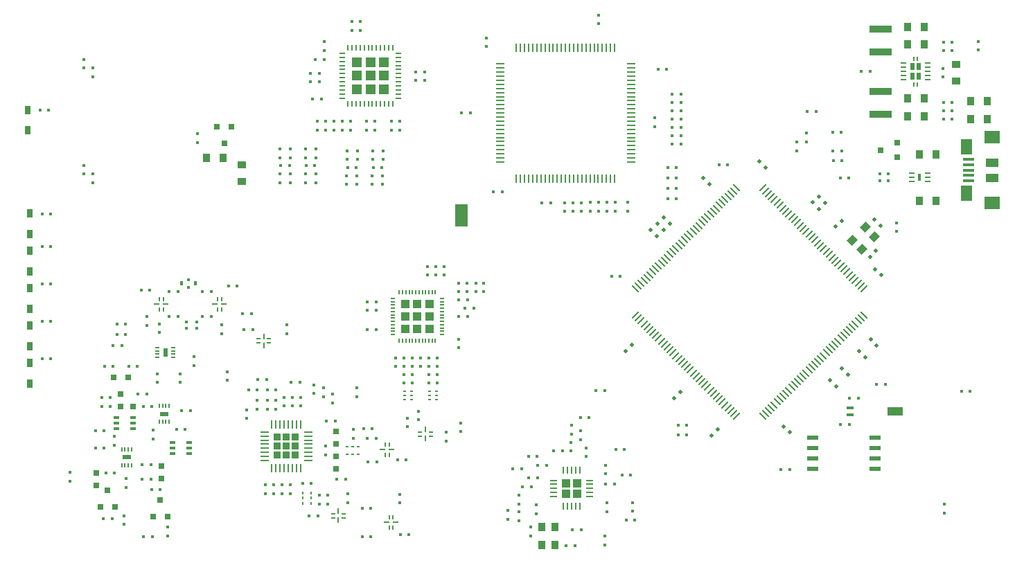
<source format=gtp>
G04 #@! TF.GenerationSoftware,KiCad,Pcbnew,6.0.7-f9a2dced07~116~ubuntu22.04.1*
G04 #@! TF.CreationDate,2022-09-29T06:22:25-04:00*
G04 #@! TF.ProjectId,hackrf-one,6861636b-7266-42d6-9f6e-652e6b696361,r8*
G04 #@! TF.SameCoordinates,Original*
G04 #@! TF.FileFunction,Paste,Top*
G04 #@! TF.FilePolarity,Positive*
%FSLAX46Y46*%
G04 Gerber Fmt 4.6, Leading zero omitted, Abs format (unit mm)*
G04 Created by KiCad (PCBNEW 6.0.7-f9a2dced07~116~ubuntu22.04.1) date 2022-09-29 06:22:25*
%MOMM*%
%LPD*%
G01*
G04 APERTURE LIST*
G04 Aperture macros list*
%AMRotRect*
0 Rectangle, with rotation*
0 The origin of the aperture is its center*
0 $1 length*
0 $2 width*
0 $3 Rotation angle, in degrees counterclockwise*
0 Add horizontal line*
21,1,$1,$2,0,0,$3*%
G04 Aperture macros list end*
%ADD10R,0.619200X0.220800*%
%ADD11R,0.288000X0.780480*%
%ADD12R,0.220800X0.619200*%
%ADD13R,0.780480X0.288000*%
%ADD14R,0.694944X0.694944*%
%ADD15O,0.243200X0.912000*%
%ADD16O,0.912000X0.243200*%
%ADD17R,1.003200X1.003200*%
%ADD18R,0.760000X1.140000*%
%ADD19R,0.424688X0.386080*%
%ADD20R,0.386080X0.424688*%
%ADD21R,1.094536X0.874472*%
%ADD22R,0.874472X1.094536*%
%ADD23RotRect,0.386080X0.424688X135.000000*%
%ADD24RotRect,0.386080X0.424688X225.000000*%
%ADD25RotRect,0.386080X0.424688X315.000000*%
%ADD26RotRect,0.386080X0.424688X45.000000*%
%ADD27R,1.330000X0.304000*%
%ADD28R,1.596000X1.045000*%
%ADD29R,1.314000X1.926000*%
%ADD30R,1.890000X1.575000*%
%ADD31R,1.558000X2.774000*%
%ADD32R,0.656336X0.656336*%
%ADD33R,2.812592X0.911148*%
%ADD34R,0.250952X0.310794*%
%ADD35R,0.310794X0.250952*%
%ADD36R,0.418896X0.189180*%
%ADD37R,0.380288X0.303072*%
%ADD38R,0.380288X0.532790*%
%ADD39R,0.455574X0.380288*%
%ADD40R,0.608000X0.182400*%
%ADD41R,0.588000X1.078000*%
%ADD42R,0.182400X0.608000*%
%ADD43R,1.078000X0.588000*%
%ADD44R,0.752856X0.347472*%
%ADD45R,0.684000X0.228000*%
%ADD46R,0.380000X0.836000*%
%ADD47R,1.447800X0.482600*%
%ADD48R,0.646000X0.212800*%
%ADD49R,0.627000X0.912000*%
%ADD50R,0.212800X0.532000*%
%ADD51RotRect,1.140866X0.223926X225.000000*%
%ADD52RotRect,1.140866X0.223926X315.000000*%
%ADD53R,0.223926X1.140866*%
%ADD54R,1.140866X0.223926*%
%ADD55R,0.911148X1.063650*%
%ADD56RotRect,1.063650X0.911148X45.000000*%
%ADD57R,0.836000X0.456000*%
%ADD58R,1.824000X1.140000*%
%ADD59O,0.212800X1.026000*%
%ADD60R,0.836000X0.836000*%
%ADD61O,1.026000X0.212800*%
%ADD62O,0.186200X0.661200*%
%ADD63O,0.661200X0.186200*%
%ADD64R,1.140000X1.140000*%
%ADD65O,0.212800X0.684000*%
%ADD66O,0.684000X0.212800*%
%ADD67R,1.254000X1.254000*%
G04 APERTURE END LIST*
D10*
G04 #@! TO.C,U11*
X108985000Y-156524220D03*
D11*
X109628500Y-155723300D03*
D10*
X110272000Y-156026380D03*
X110272000Y-156524220D03*
D11*
X109628500Y-156827300D03*
D10*
X108985000Y-156026380D03*
G04 #@! TD*
D12*
G04 #@! TO.C,U10*
X105212320Y-158807500D03*
D13*
X104411400Y-158164000D03*
D12*
X104714480Y-157520500D03*
X105212320Y-157520500D03*
D13*
X105515400Y-158164000D03*
D12*
X104714480Y-158807500D03*
G04 #@! TD*
D10*
G04 #@! TO.C,U7*
X98326900Y-166521520D03*
D11*
X98970400Y-165720600D03*
D10*
X99613900Y-166023680D03*
X99613900Y-166521520D03*
D11*
X98970400Y-166824600D03*
D10*
X98326900Y-166023680D03*
G04 #@! TD*
D12*
G04 #@! TO.C,U6*
X84210880Y-139770700D03*
D13*
X85011800Y-140414200D03*
D12*
X84708720Y-141057700D03*
X84210880Y-141057700D03*
D13*
X83907800Y-140414200D03*
D12*
X84708720Y-139770700D03*
G04 #@! TD*
G04 #@! TO.C,U5*
X77596720Y-141057700D03*
D13*
X76795800Y-140414200D03*
D12*
X77098880Y-139770700D03*
X77596720Y-139770700D03*
D13*
X77899800Y-140414200D03*
D12*
X77098880Y-141057700D03*
G04 #@! TD*
D10*
G04 #@! TO.C,U2*
X89242300Y-145127520D03*
D11*
X89885800Y-144326600D03*
D10*
X90529300Y-144629680D03*
X90529300Y-145127520D03*
D11*
X89885800Y-145430600D03*
D10*
X89242300Y-144629680D03*
G04 #@! TD*
D12*
G04 #@! TO.C,U1*
X105184080Y-166408700D03*
D13*
X105985000Y-167052200D03*
D12*
X105681920Y-167695700D03*
X105184080Y-167695700D03*
D13*
X104881000Y-167052200D03*
D12*
X105681920Y-166408700D03*
G04 #@! TD*
D14*
G04 #@! TO.C,Q5*
X165283000Y-121558400D03*
X167315000Y-122447400D03*
X167315000Y-120669400D03*
G04 #@! TD*
G04 #@! TO.C,Q4*
X70800000Y-163184000D03*
X69911000Y-165216000D03*
X71689000Y-165216000D03*
G04 #@! TD*
G04 #@! TO.C,Q3*
X85044400Y-120694800D03*
X85933400Y-118662800D03*
X84155400Y-118662800D03*
G04 #@! TD*
G04 #@! TO.C,Q2*
X77216700Y-164374800D03*
X76327700Y-166406800D03*
X78105700Y-166406800D03*
G04 #@! TD*
G04 #@! TO.C,Q1*
X72376000Y-151396000D03*
X73265000Y-149364000D03*
X71487000Y-149364000D03*
G04 #@! TD*
D15*
G04 #@! TO.C,U19*
X126469200Y-165126000D03*
X126969200Y-165126000D03*
X127469200Y-165126000D03*
X127969200Y-165126000D03*
X128469200Y-165126000D03*
D16*
X129669200Y-163926000D03*
X129669200Y-163426000D03*
X129669200Y-162926000D03*
X129669200Y-162426000D03*
X129669200Y-161926000D03*
D15*
X128469200Y-160726000D03*
X127969200Y-160726000D03*
X127469200Y-160726000D03*
X126969200Y-160726000D03*
X126469200Y-160726000D03*
D16*
X125269200Y-161926000D03*
X125269200Y-162426000D03*
X125269200Y-162926000D03*
X125269200Y-163426000D03*
X125269200Y-163926000D03*
D17*
X126809200Y-163586000D03*
X126809200Y-162266000D03*
X128129200Y-163586000D03*
X128129200Y-162266000D03*
G04 #@! TD*
D18*
G04 #@! TO.C,D7*
X61000000Y-119150000D03*
X61000000Y-116650000D03*
G04 #@! TD*
G04 #@! TO.C,D8*
X61270000Y-131800000D03*
X61270000Y-129300000D03*
G04 #@! TD*
G04 #@! TO.C,D2*
X61270000Y-136372000D03*
X61270000Y-133872000D03*
G04 #@! TD*
G04 #@! TO.C,D4*
X61270000Y-140944000D03*
X61270000Y-138444000D03*
G04 #@! TD*
G04 #@! TO.C,D5*
X61270000Y-145516000D03*
X61270000Y-143016000D03*
G04 #@! TD*
G04 #@! TO.C,D6*
X61270000Y-150088000D03*
X61270000Y-147588000D03*
G04 #@! TD*
D19*
G04 #@! TO.C,C1*
X91096400Y-163580200D03*
X91096400Y-162513400D03*
G04 #@! TD*
G04 #@! TO.C,C2*
X90080400Y-163580200D03*
X90080400Y-162513400D03*
G04 #@! TD*
G04 #@! TO.C,C3*
X93128400Y-163580200D03*
X93128400Y-162513400D03*
G04 #@! TD*
G04 #@! TO.C,C4*
X92112400Y-163580200D03*
X92112400Y-162513400D03*
G04 #@! TD*
G04 #@! TO.C,C5*
X92341000Y-151794600D03*
X92341000Y-152861400D03*
G04 #@! TD*
G04 #@! TO.C,C6*
X93357000Y-151794600D03*
X93357000Y-152861400D03*
G04 #@! TD*
D20*
G04 #@! TO.C,C7*
X106550600Y-168576200D03*
X107617400Y-168576200D03*
G04 #@! TD*
D19*
G04 #@! TO.C,C8*
X113919000Y-155981400D03*
X113919000Y-154914600D03*
G04 #@! TD*
G04 #@! TO.C,C9*
X85400000Y-148634800D03*
X85400000Y-149701600D03*
G04 #@! TD*
D20*
G04 #@! TO.C,C10*
X88514200Y-143481600D03*
X87447400Y-143481600D03*
G04 #@! TD*
D19*
G04 #@! TO.C,C11*
X84713800Y-142928800D03*
X84713800Y-143995600D03*
G04 #@! TD*
G04 #@! TO.C,C12*
X87794400Y-154360000D03*
X87794400Y-153293200D03*
G04 #@! TD*
D20*
G04 #@! TO.C,C13*
X88023000Y-150905600D03*
X89089800Y-150905600D03*
G04 #@! TD*
D19*
G04 #@! TO.C,C14*
X90334400Y-152150200D03*
X90334400Y-153217000D03*
G04 #@! TD*
D20*
G04 #@! TO.C,C15*
X91375800Y-150905600D03*
X90309000Y-150905600D03*
G04 #@! TD*
D19*
G04 #@! TO.C,C16*
X106499800Y-163623200D03*
X106499800Y-164690000D03*
G04 #@! TD*
D20*
G04 #@! TO.C,C17*
X83469200Y-141938200D03*
X82402400Y-141938200D03*
G04 #@! TD*
G04 #@! TO.C,C18*
X79405200Y-141938200D03*
X78338400Y-141938200D03*
G04 #@! TD*
D19*
G04 #@! TO.C,C19*
X77093800Y-142801800D03*
X77093800Y-143868600D03*
G04 #@! TD*
D20*
G04 #@! TO.C,C20*
X88341200Y-141528800D03*
X87274400Y-141528800D03*
G04 #@! TD*
G04 #@! TO.C,C21*
X101904800Y-165379400D03*
X102971600Y-165379400D03*
G04 #@! TD*
G04 #@! TO.C,C22*
X96506600Y-166272600D03*
X95439800Y-166272600D03*
G04 #@! TD*
D19*
G04 #@! TO.C,C23*
X101269800Y-150647400D03*
X101269800Y-151714200D03*
G04 #@! TD*
G04 #@! TO.C,C24*
X92679800Y-144015000D03*
X92679800Y-142948200D03*
G04 #@! TD*
D20*
G04 #@! TO.C,C25*
X97725800Y-163732600D03*
X96659000Y-163732600D03*
G04 #@! TD*
G04 #@! TO.C,C26*
X78338400Y-138890200D03*
X79405200Y-138890200D03*
G04 #@! TD*
G04 #@! TO.C,C27*
X83469200Y-138890200D03*
X82402400Y-138890200D03*
G04 #@! TD*
G04 #@! TO.C,C28*
X97725800Y-164875600D03*
X96659000Y-164875600D03*
G04 #@! TD*
G04 #@! TO.C,C29*
X74884000Y-138712400D03*
X75950800Y-138712400D03*
G04 #@! TD*
G04 #@! TO.C,C30*
X86633400Y-138200000D03*
X85566600Y-138200000D03*
G04 #@! TD*
D19*
G04 #@! TO.C,C31*
X75595200Y-141912800D03*
X75595200Y-142979600D03*
G04 #@! TD*
D20*
G04 #@! TO.C,C32*
X101904800Y-168808400D03*
X102971600Y-168808400D03*
G04 #@! TD*
D19*
G04 #@! TO.C,C33*
X100113400Y-163605600D03*
X100113400Y-164672400D03*
G04 #@! TD*
G04 #@! TO.C,C34*
X98310000Y-151388200D03*
X98310000Y-152455000D03*
G04 #@! TD*
G04 #@! TO.C,C35*
X97167000Y-150626200D03*
X97167000Y-151693000D03*
G04 #@! TD*
G04 #@! TO.C,C36*
X96024000Y-150245200D03*
X96024000Y-151312000D03*
G04 #@! TD*
D20*
G04 #@! TO.C,C37*
X93204600Y-149915000D03*
X94271400Y-149915000D03*
G04 #@! TD*
G04 #@! TO.C,C38*
X72979000Y-142827200D03*
X71912200Y-142827200D03*
G04 #@! TD*
D19*
G04 #@! TO.C,C39*
X81305400Y-146812000D03*
X81305400Y-147878800D03*
G04 #@! TD*
D20*
G04 #@! TO.C,C40*
X72979000Y-144071800D03*
X71912200Y-144071800D03*
G04 #@! TD*
G04 #@! TO.C,C41*
X99859400Y-161827600D03*
X98792600Y-161827600D03*
G04 #@! TD*
G04 #@! TO.C,C42*
X97522600Y-154715600D03*
X98589400Y-154715600D03*
G04 #@! TD*
G04 #@! TO.C,C43*
X71475600Y-145415000D03*
X72542400Y-145415000D03*
G04 #@! TD*
D19*
G04 #@! TO.C,C44*
X79679800Y-148894800D03*
X79679800Y-149961600D03*
G04 #@! TD*
D20*
G04 #@! TO.C,C45*
X103124000Y-155651200D03*
X102057200Y-155651200D03*
G04 #@! TD*
G04 #@! TO.C,C46*
X102514400Y-156794200D03*
X103581200Y-156794200D03*
G04 #@! TD*
D19*
G04 #@! TO.C,C47*
X112166400Y-156032200D03*
X112166400Y-157099000D03*
G04 #@! TD*
G04 #@! TO.C,C48*
X108737400Y-153466800D03*
X108737400Y-154533600D03*
G04 #@! TD*
G04 #@! TO.C,C49*
X100850000Y-156773000D03*
X100850000Y-155706200D03*
G04 #@! TD*
D20*
G04 #@! TO.C,C50*
X76211400Y-152920000D03*
X75144600Y-152920000D03*
G04 #@! TD*
G04 #@! TO.C,C51*
X106208000Y-159434000D03*
X107274800Y-159434000D03*
G04 #@! TD*
G04 #@! TO.C,C52*
X70064600Y-152920000D03*
X71131400Y-152920000D03*
G04 #@! TD*
G04 #@! TO.C,C53*
X70414000Y-147999800D03*
X71480800Y-147999800D03*
G04 #@! TD*
G04 #@! TO.C,C54*
X102590600Y-159664400D03*
X103657400Y-159664400D03*
G04 #@! TD*
G04 #@! TO.C,C55*
X80910400Y-153428000D03*
X79843600Y-153428000D03*
G04 #@! TD*
D19*
G04 #@! TO.C,C56*
X107391200Y-154330400D03*
X107391200Y-155397200D03*
G04 #@! TD*
G04 #@! TO.C,C57*
X76835000Y-148894800D03*
X76835000Y-149961600D03*
G04 #@! TD*
G04 #@! TO.C,C58*
X71614000Y-157644400D03*
X71614000Y-156577600D03*
G04 #@! TD*
D20*
G04 #@! TO.C,C59*
X80275400Y-155714000D03*
X79208600Y-155714000D03*
G04 #@! TD*
G04 #@! TO.C,C60*
X75576400Y-151396000D03*
X74509600Y-151396000D03*
G04 #@! TD*
D19*
G04 #@! TO.C,C61*
X76363800Y-155790200D03*
X76363800Y-156857000D03*
G04 #@! TD*
D20*
G04 #@! TO.C,C62*
X76084400Y-160032000D03*
X75017600Y-160032000D03*
G04 #@! TD*
D19*
G04 #@! TO.C,C63*
X73087200Y-162775200D03*
X73087200Y-161708400D03*
G04 #@! TD*
D20*
G04 #@! TO.C,C64*
X70566600Y-161000000D03*
X71633400Y-161000000D03*
G04 #@! TD*
G04 #@! TO.C,C65*
X70369400Y-158000000D03*
X69302600Y-158000000D03*
G04 #@! TD*
G04 #@! TO.C,C66*
X70369400Y-155841000D03*
X69302600Y-155841000D03*
G04 #@! TD*
D19*
G04 #@! TO.C,C67*
X121080200Y-164829800D03*
X121080200Y-163763000D03*
G04 #@! TD*
G04 #@! TO.C,C68*
X127462400Y-155188000D03*
X127462400Y-156254800D03*
G04 #@! TD*
D20*
G04 #@! TO.C,C69*
X129621400Y-154273600D03*
X128554600Y-154273600D03*
G04 #@! TD*
D19*
G04 #@! TO.C,C70*
X121080200Y-166861800D03*
X121080200Y-165795000D03*
G04 #@! TD*
G04 #@! TO.C,C71*
X100482400Y-119091200D03*
X100482400Y-118024400D03*
G04 #@! TD*
G04 #@! TO.C,C72*
X99466400Y-119091200D03*
X99466400Y-118024400D03*
G04 #@! TD*
G04 #@! TO.C,C73*
X103403400Y-119091200D03*
X103403400Y-118024400D03*
G04 #@! TD*
G04 #@! TO.C,C74*
X102387400Y-119091200D03*
X102387400Y-118024400D03*
G04 #@! TD*
G04 #@! TO.C,C75*
X105435400Y-119091200D03*
X105435400Y-118024400D03*
G04 #@! TD*
G04 #@! TO.C,C76*
X106451400Y-119091200D03*
X106451400Y-118024400D03*
G04 #@! TD*
G04 #@! TO.C,C77*
X101625400Y-105832400D03*
X101625400Y-106899200D03*
G04 #@! TD*
G04 #@! TO.C,C78*
X100609400Y-105832400D03*
X100609400Y-106899200D03*
G04 #@! TD*
D20*
G04 #@! TO.C,C79*
X96202500Y-110493300D03*
X97269300Y-110493300D03*
G04 #@! TD*
D19*
G04 #@! TO.C,C80*
X97243900Y-108308900D03*
X97243900Y-109375700D03*
G04 #@! TD*
D20*
G04 #@! TO.C,C81*
X95567500Y-113160300D03*
X96634300Y-113160300D03*
G04 #@! TD*
G04 #@! TO.C,C82*
X95567500Y-112144300D03*
X96634300Y-112144300D03*
G04 #@! TD*
G04 #@! TO.C,C83*
X95821500Y-115319300D03*
X96888300Y-115319300D03*
G04 #@! TD*
D19*
G04 #@! TO.C,C84*
X105981500Y-148018500D03*
X105981500Y-146951700D03*
G04 #@! TD*
G04 #@! TO.C,C85*
X109029500Y-148018500D03*
X109029500Y-146951700D03*
G04 #@! TD*
G04 #@! TO.C,C86*
X113728500Y-145732500D03*
X113728500Y-144665700D03*
G04 #@! TD*
D20*
G04 #@! TO.C,C87*
X114769900Y-141897100D03*
X113703100Y-141897100D03*
G04 #@! TD*
G04 #@! TO.C,C88*
X115531900Y-140881100D03*
X114465100Y-140881100D03*
G04 #@! TD*
G04 #@! TO.C,C89*
X114769900Y-139865100D03*
X113703100Y-139865100D03*
G04 #@! TD*
D19*
G04 #@! TO.C,C90*
X109918500Y-135775700D03*
X109918500Y-136842500D03*
G04 #@! TD*
G04 #@! TO.C,C91*
X110934500Y-135775700D03*
X110934500Y-136842500D03*
G04 #@! TD*
D20*
G04 #@! TO.C,C92*
X102527100Y-140119100D03*
X103593900Y-140119100D03*
G04 #@! TD*
G04 #@! TO.C,C93*
X102527100Y-141135100D03*
X103593900Y-141135100D03*
G04 #@! TD*
G04 #@! TO.C,C94*
X102527100Y-143548100D03*
X103593900Y-143548100D03*
G04 #@! TD*
G04 #@! TO.C,C95*
X92989400Y-123460000D03*
X91922600Y-123460000D03*
G04 #@! TD*
G04 #@! TO.C,C96*
X96113600Y-123460000D03*
X95046800Y-123460000D03*
G04 #@! TD*
D19*
G04 #@! TO.C,C97*
X96418400Y-119091200D03*
X96418400Y-118024400D03*
G04 #@! TD*
G04 #@! TO.C,C98*
X97434400Y-119091200D03*
X97434400Y-118024400D03*
G04 #@! TD*
G04 #@! TO.C,C99*
X106997500Y-149034500D03*
X106997500Y-147967700D03*
G04 #@! TD*
G04 #@! TO.C,C100*
X98450400Y-119091200D03*
X98450400Y-118024400D03*
G04 #@! TD*
D20*
G04 #@! TO.C,C101*
X101180900Y-123701300D03*
X100114100Y-123701300D03*
G04 #@! TD*
D19*
G04 #@! TO.C,C102*
X108013500Y-149034500D03*
X108013500Y-147967700D03*
G04 #@! TD*
D20*
G04 #@! TO.C,C103*
X104305100Y-123701300D03*
X103238300Y-123701300D03*
G04 #@! TD*
D19*
G04 #@! TO.C,C104*
X110045500Y-149034500D03*
X110045500Y-147967700D03*
G04 #@! TD*
D21*
G04 #@! TO.C,C105*
X87152600Y-123336400D03*
X87152600Y-125368400D03*
G04 #@! TD*
D19*
G04 #@! TO.C,C106*
X111950500Y-135775700D03*
X111950500Y-136842500D03*
G04 #@! TD*
G04 #@! TO.C,C107*
X104470200Y-121631200D03*
X104470200Y-122698000D03*
G04 #@! TD*
G04 #@! TO.C,C108*
X103200200Y-121631200D03*
X103200200Y-122698000D03*
G04 #@! TD*
G04 #@! TO.C,C109*
X101346000Y-121631200D03*
X101346000Y-122698000D03*
G04 #@! TD*
G04 #@! TO.C,C110*
X100076000Y-121631200D03*
X100076000Y-122698000D03*
G04 #@! TD*
G04 #@! TO.C,C111*
X111061500Y-149034500D03*
X111061500Y-147967700D03*
G04 #@! TD*
G04 #@! TO.C,C112*
X113728500Y-138874500D03*
X113728500Y-137807700D03*
G04 #@! TD*
G04 #@! TO.C,C113*
X123151200Y-165999400D03*
X123151200Y-164932600D03*
G04 #@! TD*
G04 #@! TO.C,C114*
X116776500Y-138874500D03*
X116776500Y-137807700D03*
G04 #@! TD*
D20*
G04 #@! TO.C,C115*
X122280800Y-161614200D03*
X123347600Y-161614200D03*
G04 #@! TD*
G04 #@! TO.C,C116*
X120325000Y-160547400D03*
X121391800Y-160547400D03*
G04 #@! TD*
G04 #@! TO.C,C118*
X160366600Y-155100000D03*
X161433400Y-155100000D03*
G04 #@! TD*
D19*
G04 #@! TO.C,C119*
X129247200Y-157947600D03*
X129247200Y-159014400D03*
G04 #@! TD*
G04 #@! TO.C,C120*
X131628000Y-160090200D03*
X131628000Y-161157000D03*
G04 #@! TD*
D20*
G04 #@! TO.C,C121*
X121493400Y-162706400D03*
X122560200Y-162706400D03*
G04 #@! TD*
G04 #@! TO.C,C122*
X125303400Y-158312200D03*
X126370200Y-158312200D03*
G04 #@! TD*
G04 #@! TO.C,C123*
X109524800Y-113058700D03*
X108458000Y-113058700D03*
G04 #@! TD*
G04 #@! TO.C,C124*
X109524800Y-112042700D03*
X108458000Y-112042700D03*
G04 #@! TD*
G04 #@! TO.C,C125*
X172933600Y-117793200D03*
X174000400Y-117793200D03*
G04 #@! TD*
D22*
G04 #@! TO.C,C126*
X170546000Y-117412200D03*
X168514000Y-117412200D03*
G04 #@! TD*
G04 #@! TO.C,C127*
X170546000Y-115253200D03*
X168514000Y-115253200D03*
G04 #@! TD*
D23*
G04 #@! TO.C,C128*
X150469109Y-122902178D03*
X151223451Y-123656520D03*
G04 #@! TD*
G04 #@! TO.C,C129*
X143554311Y-124967637D03*
X144308653Y-125721979D03*
G04 #@! TD*
G04 #@! TO.C,C130*
X137178330Y-131343619D03*
X137932672Y-132097961D03*
G04 #@! TD*
D20*
G04 #@! TO.C,C131*
X132364600Y-137001600D03*
X133431400Y-137001600D03*
G04 #@! TD*
D24*
G04 #@! TO.C,C132*
X134121029Y-146090971D03*
X134875371Y-145336629D03*
G04 #@! TD*
G04 #@! TO.C,C133*
X140052012Y-151854524D03*
X140806354Y-151100182D03*
G04 #@! TD*
G04 #@! TO.C,C134*
X144631942Y-156434455D03*
X145386284Y-155680113D03*
G04 #@! TD*
D25*
G04 #@! TO.C,C135*
X154186935Y-156075245D03*
X153432593Y-155320903D03*
G04 #@! TD*
G04 #@! TO.C,C136*
X159844496Y-150417683D03*
X159090154Y-149663341D03*
G04 #@! TD*
G04 #@! TO.C,C137*
X161281337Y-148980842D03*
X160526995Y-148226500D03*
G04 #@! TD*
G04 #@! TO.C,C138*
X163346796Y-146915383D03*
X162592454Y-146161041D03*
G04 #@! TD*
G04 #@! TO.C,C139*
X164783637Y-145478542D03*
X164029295Y-144724200D03*
G04 #@! TD*
G04 #@! TO.C,C140*
X165322453Y-136857496D03*
X164568111Y-136103154D03*
G04 #@! TD*
D26*
G04 #@! TO.C,C141*
X157689235Y-127212701D03*
X156934893Y-127967043D03*
G04 #@! TD*
G04 #@! TO.C,C142*
X160473114Y-130176185D03*
X159718772Y-130930527D03*
G04 #@! TD*
D21*
G04 #@! TO.C,C143*
X174483000Y-113094200D03*
X174483000Y-111062200D03*
G04 #@! TD*
D20*
G04 #@! TO.C,C144*
X153085800Y-160578800D03*
X154152600Y-160578800D03*
G04 #@! TD*
D22*
G04 #@! TO.C,C145*
X168514000Y-108649200D03*
X170546000Y-108649200D03*
G04 #@! TD*
G04 #@! TO.C,C146*
X168514000Y-106490200D03*
X170546000Y-106490200D03*
G04 #@! TD*
D19*
G04 #@! TO.C,C147*
X172832000Y-112611600D03*
X172832000Y-111544800D03*
G04 #@! TD*
G04 #@! TO.C,C148*
X137668000Y-118694200D03*
X137668000Y-117627400D03*
G04 #@! TD*
D20*
G04 #@! TO.C,C149*
X139121000Y-111703200D03*
X138054200Y-111703200D03*
G04 #@! TD*
D19*
G04 #@! TO.C,C150*
X130810000Y-105054400D03*
X130810000Y-106121200D03*
G04 #@! TD*
G04 #@! TO.C,C151*
X117094000Y-108915200D03*
X117094000Y-107848400D03*
G04 #@! TD*
D20*
G04 #@! TO.C,C152*
X123881000Y-128010000D03*
X124947800Y-128010000D03*
G04 #@! TD*
G04 #@! TO.C,C153*
X114020600Y-117017800D03*
X115087400Y-117017800D03*
G04 #@! TD*
G04 #@! TO.C,C154*
X117962800Y-126689200D03*
X119029600Y-126689200D03*
G04 #@! TD*
D22*
G04 #@! TO.C,C155*
X176284000Y-117800000D03*
X178316000Y-117800000D03*
G04 #@! TD*
D20*
G04 #@! TO.C,C156*
X122230000Y-158998000D03*
X123296800Y-158998000D03*
G04 #@! TD*
D26*
G04 #@! TO.C,C157*
X164693835Y-133858090D03*
X163939493Y-134612432D03*
G04 #@! TD*
D25*
G04 #@! TO.C,C158*
X165232650Y-130840725D03*
X164478308Y-130086383D03*
G04 #@! TD*
D20*
G04 #@! TO.C,C159*
X130459600Y-150971600D03*
X131526400Y-150971600D03*
G04 #@! TD*
G04 #@! TO.C,C160*
X75017600Y-161810000D03*
X76084400Y-161810000D03*
G04 #@! TD*
D19*
G04 #@! TO.C,C161*
X78105700Y-168718200D03*
X78105700Y-167651400D03*
G04 #@! TD*
D20*
G04 #@! TO.C,C162*
X77227400Y-163080000D03*
X76160600Y-163080000D03*
G04 #@! TD*
G04 #@! TO.C,C163*
X71131400Y-151777000D03*
X70064600Y-151777000D03*
G04 #@! TD*
G04 #@! TO.C,C164*
X162533400Y-151900000D03*
X161466600Y-151900000D03*
G04 #@! TD*
G04 #@! TO.C,C165*
X134168000Y-166795800D03*
X135234800Y-166795800D03*
G04 #@! TD*
D19*
G04 #@! TO.C,C166*
X119715400Y-166668800D03*
X119715400Y-165602000D03*
G04 #@! TD*
G04 #@! TO.C,C167*
X81793200Y-120644000D03*
X81793200Y-119577200D03*
G04 #@! TD*
D20*
G04 #@! TO.C,C168*
X139222600Y-127502000D03*
X140289400Y-127502000D03*
G04 #@! TD*
G04 #@! TO.C,C169*
X127914400Y-169900600D03*
X126847600Y-169900600D03*
G04 #@! TD*
D19*
G04 #@! TO.C,C170*
X122500000Y-168733400D03*
X122500000Y-167666600D03*
G04 #@! TD*
G04 #@! TO.C,C171*
X72800000Y-167333400D03*
X72800000Y-166266600D03*
G04 #@! TD*
G04 #@! TO.C,D1*
X66200000Y-160966600D03*
X66200000Y-162033400D03*
G04 #@! TD*
G04 #@! TO.C,D3*
X173030000Y-164840000D03*
X173030000Y-165906800D03*
G04 #@! TD*
D20*
G04 #@! TO.C,D9*
X175144400Y-151000000D03*
X176211200Y-151000000D03*
G04 #@! TD*
D22*
G04 #@! TO.C,FB1*
X169984000Y-122050000D03*
X172016000Y-122050000D03*
G04 #@! TD*
G04 #@! TO.C,FB2*
X82905600Y-122529600D03*
X84937600Y-122529600D03*
G04 #@! TD*
G04 #@! TO.C,FB3*
X169984000Y-127800000D03*
X172016000Y-127800000D03*
G04 #@! TD*
D27*
G04 #@! TO.C,J1*
X175975000Y-125300000D03*
X175975000Y-124650000D03*
X175975000Y-124000000D03*
X175975000Y-123350000D03*
X175975000Y-122700000D03*
D28*
X178850000Y-124937500D03*
X178850000Y-123062500D03*
D29*
X175770000Y-126830000D03*
X175770000Y-121170000D03*
D30*
X178850000Y-128000000D03*
X178850000Y-120000000D03*
G04 #@! TD*
D31*
G04 #@! TO.C,J10*
X114000000Y-129500000D03*
G04 #@! TD*
D20*
G04 #@! TO.C,L1*
X95693800Y-162335600D03*
X94627000Y-162335600D03*
G04 #@! TD*
D32*
G04 #@! TO.C,L2*
X98691000Y-160557600D03*
X98691000Y-159033600D03*
G04 #@! TD*
G04 #@! TO.C,L3*
X98691000Y-155985600D03*
X98691000Y-157509600D03*
G04 #@! TD*
D19*
G04 #@! TO.C,L4*
X97421000Y-158805000D03*
X97421000Y-157738200D03*
G04 #@! TD*
D32*
G04 #@! TO.C,L5*
X73900000Y-152920000D03*
X72376000Y-152920000D03*
G04 #@! TD*
D20*
G04 #@! TO.C,L6*
X108038900Y-150025100D03*
X106972100Y-150025100D03*
G04 #@! TD*
G04 #@! TO.C,L7*
X108038900Y-146977100D03*
X106972100Y-146977100D03*
G04 #@! TD*
G04 #@! TO.C,L8*
X111086900Y-150025100D03*
X110020100Y-150025100D03*
G04 #@! TD*
G04 #@! TO.C,L9*
X111086900Y-146977100D03*
X110020100Y-146977100D03*
G04 #@! TD*
D33*
G04 #@! TO.C,L10*
X165212000Y-114361660D03*
X165212000Y-117160740D03*
G04 #@! TD*
G04 #@! TO.C,L11*
X165212000Y-106741660D03*
X165212000Y-109540740D03*
G04 #@! TD*
D32*
G04 #@! TO.C,L12*
X77329000Y-160159000D03*
X77329000Y-161683000D03*
G04 #@! TD*
G04 #@! TO.C,L13*
X69400000Y-162562000D03*
X69400000Y-161038000D03*
G04 #@! TD*
D19*
G04 #@! TO.C,R1*
X89064400Y-153217000D03*
X89064400Y-152150200D03*
G04 #@! TD*
D20*
G04 #@! TO.C,R2*
X89166000Y-149635600D03*
X90232800Y-149635600D03*
G04 #@! TD*
D19*
G04 #@! TO.C,R3*
X91350400Y-152150200D03*
X91350400Y-153217000D03*
G04 #@! TD*
G04 #@! TO.C,R4*
X94373000Y-152861400D03*
X94373000Y-151794600D03*
G04 #@! TD*
D25*
G04 #@! TO.C,R5*
X138736171Y-131308171D03*
X137981829Y-130553829D03*
G04 #@! TD*
G04 #@! TO.C,R6*
X139498171Y-130546171D03*
X138743829Y-129791829D03*
G04 #@! TD*
D19*
G04 #@! TO.C,R7*
X67874000Y-123412600D03*
X67874000Y-124479400D03*
G04 #@! TD*
G04 #@! TO.C,R8*
X91821000Y-122469400D03*
X91821000Y-121402600D03*
G04 #@! TD*
G04 #@! TO.C,R9*
X93091000Y-122469400D03*
X93091000Y-121402600D03*
G04 #@! TD*
G04 #@! TO.C,R10*
X94945200Y-122469400D03*
X94945200Y-121402600D03*
G04 #@! TD*
D20*
G04 #@! TO.C,R11*
X145496400Y-123387200D03*
X146563200Y-123387200D03*
G04 #@! TD*
D19*
G04 #@! TO.C,R12*
X167162600Y-130448400D03*
X167162600Y-131515200D03*
G04 #@! TD*
G04 #@! TO.C,R13*
X96215200Y-122469400D03*
X96215200Y-121402600D03*
G04 #@! TD*
G04 #@! TO.C,R14*
X96215200Y-125517400D03*
X96215200Y-124450600D03*
G04 #@! TD*
G04 #@! TO.C,R15*
X94945200Y-125517400D03*
X94945200Y-124450600D03*
G04 #@! TD*
G04 #@! TO.C,R16*
X93091000Y-125517400D03*
X93091000Y-124450600D03*
G04 #@! TD*
G04 #@! TO.C,R17*
X91821000Y-125517400D03*
X91821000Y-124450600D03*
G04 #@! TD*
D20*
G04 #@! TO.C,R18*
X63835400Y-133344000D03*
X62768600Y-133344000D03*
G04 #@! TD*
D19*
G04 #@! TO.C,R19*
X68966200Y-111525400D03*
X68966200Y-112592200D03*
G04 #@! TD*
G04 #@! TO.C,R20*
X100012500Y-125758700D03*
X100012500Y-124691900D03*
G04 #@! TD*
G04 #@! TO.C,R21*
X101282500Y-125758700D03*
X101282500Y-124691900D03*
G04 #@! TD*
G04 #@! TO.C,R22*
X103136700Y-125758700D03*
X103136700Y-124691900D03*
G04 #@! TD*
G04 #@! TO.C,R23*
X104406700Y-125758700D03*
X104406700Y-124691900D03*
G04 #@! TD*
D20*
G04 #@! TO.C,R24*
X75159300Y-168819800D03*
X76226100Y-168819800D03*
G04 #@! TD*
G04 #@! TO.C,R25*
X115785900Y-138849100D03*
X114719100Y-138849100D03*
G04 #@! TD*
G04 #@! TO.C,R26*
X115785900Y-137833100D03*
X114719100Y-137833100D03*
G04 #@! TD*
G04 #@! TO.C,R27*
X134701400Y-161309400D03*
X133634600Y-161309400D03*
G04 #@! TD*
G04 #@! TO.C,R28*
X133964800Y-158185200D03*
X132898000Y-158185200D03*
G04 #@! TD*
G04 #@! TO.C,R29*
X73366600Y-147967000D03*
X74433400Y-147967000D03*
G04 #@! TD*
D19*
G04 #@! TO.C,R30*
X68966200Y-124479400D03*
X68966200Y-125546200D03*
G04 #@! TD*
G04 #@! TO.C,R31*
X127437000Y-158363000D03*
X127437000Y-157296200D03*
G04 #@! TD*
G04 #@! TO.C,R32*
X128554600Y-156940600D03*
X128554600Y-155873800D03*
G04 #@! TD*
G04 #@! TO.C,R33*
X134930000Y-164662200D03*
X134930000Y-165729000D03*
G04 #@! TD*
D20*
G04 #@! TO.C,R34*
X124409200Y-160121600D03*
X123342400Y-160121600D03*
G04 #@! TD*
D22*
G04 #@! TO.C,R35*
X176284000Y-115600000D03*
X178316000Y-115600000D03*
G04 #@! TD*
D20*
G04 #@! TO.C,R36*
X71333400Y-166600000D03*
X70266600Y-166600000D03*
G04 #@! TD*
G04 #@! TO.C,R37*
X161371400Y-124936600D03*
X160304600Y-124936600D03*
G04 #@! TD*
G04 #@! TO.C,R41*
X140289400Y-126232000D03*
X139222600Y-126232000D03*
G04 #@! TD*
G04 #@! TO.C,R46*
X172933600Y-115761200D03*
X174000400Y-115761200D03*
G04 #@! TD*
G04 #@! TO.C,R47*
X172933600Y-116777200D03*
X174000400Y-116777200D03*
G04 #@! TD*
G04 #@! TO.C,R48*
X164749600Y-150235000D03*
X165816400Y-150235000D03*
G04 #@! TD*
D19*
G04 #@! TO.C,R49*
X67874000Y-111525400D03*
X67874000Y-110458600D03*
G04 #@! TD*
D20*
G04 #@! TO.C,R51*
X159390200Y-119348600D03*
X160457000Y-119348600D03*
G04 #@! TD*
D19*
G04 #@! TO.C,R52*
X177150000Y-108242800D03*
X177150000Y-109309600D03*
G04 #@! TD*
D20*
G04 #@! TO.C,R54*
X163967400Y-111951200D03*
X162900600Y-111951200D03*
G04 #@! TD*
G04 #@! TO.C,R55*
X172933600Y-109411200D03*
X174000400Y-109411200D03*
G04 #@! TD*
G04 #@! TO.C,R56*
X172933600Y-108395200D03*
X174000400Y-108395200D03*
G04 #@! TD*
G04 #@! TO.C,R57*
X166208400Y-125275000D03*
X165141600Y-125275000D03*
G04 #@! TD*
G04 #@! TO.C,R58*
X166208400Y-124475000D03*
X165141600Y-124475000D03*
G04 #@! TD*
G04 #@! TO.C,R59*
X140492600Y-156381800D03*
X141559400Y-156381800D03*
G04 #@! TD*
G04 #@! TO.C,R62*
X160507800Y-121660000D03*
X159441000Y-121660000D03*
G04 #@! TD*
D19*
G04 #@! TO.C,R63*
X156189800Y-120567800D03*
X156189800Y-119501000D03*
G04 #@! TD*
G04 #@! TO.C,R64*
X155046800Y-120593200D03*
X155046800Y-121660000D03*
G04 #@! TD*
D20*
G04 #@! TO.C,R65*
X159466400Y-122828400D03*
X160533200Y-122828400D03*
G04 #@! TD*
G04 #@! TO.C,R66*
X156316800Y-116808600D03*
X157383600Y-116808600D03*
G04 #@! TD*
G04 #@! TO.C,R67*
X139222600Y-123692000D03*
X140289400Y-123692000D03*
G04 #@! TD*
G04 #@! TO.C,R68*
X139222600Y-124962000D03*
X140289400Y-124962000D03*
G04 #@! TD*
D26*
G04 #@! TO.C,R69*
X158497458Y-128020924D03*
X157743116Y-128775266D03*
G04 #@! TD*
D20*
G04 #@! TO.C,R72*
X63835400Y-137916000D03*
X62768600Y-137916000D03*
G04 #@! TD*
G04 #@! TO.C,R73*
X63835400Y-142488000D03*
X62768600Y-142488000D03*
G04 #@! TD*
G04 #@! TO.C,R74*
X63835400Y-147060000D03*
X62768600Y-147060000D03*
G04 #@! TD*
G04 #@! TO.C,R75*
X63581400Y-116707000D03*
X62514600Y-116707000D03*
G04 #@! TD*
G04 #@! TO.C,R76*
X63835400Y-129407000D03*
X62768600Y-129407000D03*
G04 #@! TD*
G04 #@! TO.C,R77*
X139801600Y-114731800D03*
X140868400Y-114731800D03*
G04 #@! TD*
G04 #@! TO.C,R78*
X139801600Y-115747800D03*
X140868400Y-115747800D03*
G04 #@! TD*
G04 #@! TO.C,R79*
X139801600Y-116763800D03*
X140868400Y-116763800D03*
G04 #@! TD*
G04 #@! TO.C,R80*
X139801600Y-117779800D03*
X140868400Y-117779800D03*
G04 #@! TD*
G04 #@! TO.C,R81*
X139801600Y-118795800D03*
X140868400Y-118795800D03*
G04 #@! TD*
D19*
G04 #@! TO.C,R85*
X131577200Y-169818400D03*
X131577200Y-168751600D03*
G04 #@! TD*
D20*
G04 #@! TO.C,R86*
X139801600Y-119811800D03*
X140868400Y-119811800D03*
G04 #@! TD*
G04 #@! TO.C,R87*
X139801600Y-120827800D03*
X140868400Y-120827800D03*
G04 #@! TD*
D19*
G04 #@! TO.C,R88*
X134345800Y-127933800D03*
X134345800Y-129000600D03*
G04 #@! TD*
G04 #@! TO.C,R89*
X132816600Y-127965200D03*
X132816600Y-129032000D03*
G04 #@! TD*
G04 #@! TO.C,R90*
X131800600Y-127965200D03*
X131800600Y-129032000D03*
G04 #@! TD*
G04 #@! TO.C,R91*
X130784600Y-127965200D03*
X130784600Y-129032000D03*
G04 #@! TD*
D20*
G04 #@! TO.C,R93*
X140492600Y-155188000D03*
X141559400Y-155188000D03*
G04 #@! TD*
G04 #@! TO.C,R94*
X131678800Y-162427000D03*
X132745600Y-162427000D03*
G04 #@! TD*
D19*
G04 #@! TO.C,R96*
X129768600Y-127965200D03*
X129768600Y-129032000D03*
G04 #@! TD*
G04 #@! TO.C,R98*
X128707000Y-127984600D03*
X128707000Y-129051400D03*
G04 #@! TD*
G04 #@! TO.C,R99*
X127691000Y-127984600D03*
X127691000Y-129051400D03*
G04 #@! TD*
G04 #@! TO.C,R100*
X126675000Y-127984600D03*
X126675000Y-129051400D03*
G04 #@! TD*
D20*
G04 #@! TO.C,R104*
X127570800Y-168006000D03*
X128637600Y-168006000D03*
G04 #@! TD*
D19*
G04 #@! TO.C,R105*
X131787200Y-164678600D03*
X131787200Y-165745400D03*
G04 #@! TD*
D34*
G04 #@! TO.C,T1*
X95655700Y-164774000D03*
X95655700Y-164113600D03*
X95655700Y-163453200D03*
X94665100Y-163453200D03*
X94665100Y-164113600D03*
X94665100Y-164774000D03*
G04 #@! TD*
D35*
G04 #@! TO.C,T2*
X101383400Y-157776300D03*
X100723000Y-157776300D03*
X100062600Y-157776300D03*
X100062600Y-158766900D03*
X100723000Y-158766900D03*
X101383400Y-158766900D03*
G04 #@! TD*
D36*
G04 #@! TO.C,T3*
X107929680Y-152049480D03*
X107929680Y-151549100D03*
X107929680Y-151048720D03*
X107081320Y-151048720D03*
X107081320Y-151549100D03*
X107081320Y-152049480D03*
G04 #@! TD*
G04 #@! TO.C,T4*
X110977680Y-152049480D03*
X110977680Y-151549100D03*
X110977680Y-151048720D03*
X110129320Y-151048720D03*
X110129320Y-151549100D03*
X110129320Y-152049480D03*
G04 #@! TD*
D37*
G04 #@! TO.C,U3*
X80405960Y-143304720D03*
X81655640Y-143304720D03*
X81655640Y-142603680D03*
X80405960Y-142603680D03*
G04 #@! TD*
D38*
G04 #@! TO.C,U8*
X81500700Y-137874200D03*
X79798900Y-137874200D03*
D39*
X80649800Y-138323780D03*
X80649800Y-137424620D03*
G04 #@! TD*
D40*
G04 #@! TO.C,U9*
X78801000Y-146904000D03*
X78801000Y-146504000D03*
X78801000Y-146104000D03*
X78801000Y-145704000D03*
X76901000Y-145704000D03*
X76901000Y-146104000D03*
X76901000Y-146504000D03*
X76901000Y-146904000D03*
D41*
X77851000Y-146304000D03*
G04 #@! TD*
D42*
G04 #@! TO.C,U12*
X78310000Y-152859000D03*
X77910000Y-152859000D03*
X77510000Y-152859000D03*
X77110000Y-152859000D03*
X77110000Y-154759000D03*
X77510000Y-154759000D03*
X77910000Y-154759000D03*
X78310000Y-154759000D03*
D43*
X77710000Y-153809000D03*
G04 #@! TD*
D44*
G04 #@! TO.C,U13*
X71880700Y-154291600D03*
X71880700Y-154952000D03*
X71880700Y-155612400D03*
X73887300Y-155612400D03*
X73887300Y-154952000D03*
X73887300Y-154291600D03*
G04 #@! TD*
D42*
G04 #@! TO.C,U14*
X72512600Y-160067600D03*
X72912600Y-160067600D03*
X73312600Y-160067600D03*
X73712600Y-160067600D03*
X73712600Y-158167600D03*
X73312600Y-158167600D03*
X72912600Y-158167600D03*
X72512600Y-158167600D03*
D43*
X73112600Y-159117600D03*
G04 #@! TD*
D45*
G04 #@! TO.C,U15*
X170975000Y-125375000D03*
X170975000Y-124875000D03*
X170975000Y-124375000D03*
X169075000Y-124375000D03*
X169075000Y-124875000D03*
X169075000Y-125375000D03*
D46*
X170025000Y-124875000D03*
G04 #@! TD*
D47*
G04 #@! TO.C,U20*
X164566600Y-160553400D03*
X164566600Y-159283400D03*
X164566600Y-158013400D03*
X164566600Y-156743400D03*
X156946600Y-156743400D03*
X156946600Y-158013400D03*
X156946600Y-159283400D03*
X156946600Y-160553400D03*
G04 #@! TD*
D48*
G04 #@! TO.C,U21*
X171030000Y-112951200D03*
X171030000Y-112451200D03*
X171030000Y-111951200D03*
X171030000Y-111451200D03*
X171030000Y-110951200D03*
X168030000Y-110951200D03*
X168030000Y-111451200D03*
X168030000Y-111951200D03*
X168030000Y-112451200D03*
X168030000Y-112951200D03*
D49*
X169120000Y-111351200D03*
X169120000Y-112551200D03*
X169940000Y-112551200D03*
X169940000Y-111351200D03*
D50*
X169780000Y-113501200D03*
X169280000Y-113501200D03*
X169280000Y-110401200D03*
X169780000Y-110401200D03*
G04 #@! TD*
D51*
G04 #@! TO.C,U23*
X163213888Y-138552969D03*
X162860066Y-138199147D03*
X162506244Y-137845324D03*
X162152422Y-137491502D03*
X161798600Y-137137680D03*
X161446574Y-136785654D03*
X161092752Y-136431832D03*
X160738930Y-136078010D03*
X160385108Y-135724188D03*
X160031286Y-135370366D03*
X159677463Y-135016544D03*
X159325437Y-134664518D03*
X158971615Y-134310696D03*
X158617793Y-133956874D03*
X158263971Y-133603051D03*
X157910149Y-133249229D03*
X157556327Y-132895407D03*
X157202505Y-132541585D03*
X156850479Y-132189559D03*
X156496657Y-131835737D03*
X156142835Y-131481915D03*
X155789013Y-131128093D03*
X155435190Y-130774271D03*
X155081368Y-130420449D03*
X154727546Y-130066627D03*
X154375520Y-129714601D03*
X154021698Y-129360778D03*
X153667876Y-129006956D03*
X153314054Y-128653134D03*
X152960232Y-128299312D03*
X152606410Y-127945490D03*
X152254384Y-127593464D03*
X151900562Y-127239642D03*
X151546740Y-126885820D03*
X151192917Y-126531998D03*
X150839095Y-126178176D03*
D52*
X147656493Y-126178176D03*
X147302671Y-126531998D03*
X146948848Y-126885820D03*
X146595026Y-127239642D03*
X146241204Y-127593464D03*
X145889178Y-127945490D03*
X145535356Y-128299312D03*
X145181534Y-128653134D03*
X144827712Y-129006956D03*
X144473890Y-129360778D03*
X144120068Y-129714601D03*
X143768042Y-130066627D03*
X143414220Y-130420449D03*
X143060398Y-130774271D03*
X142706575Y-131128093D03*
X142352753Y-131481915D03*
X141998931Y-131835737D03*
X141645109Y-132189559D03*
X141293083Y-132541585D03*
X140939261Y-132895407D03*
X140585439Y-133249229D03*
X140231617Y-133603051D03*
X139877795Y-133956874D03*
X139523973Y-134310696D03*
X139170151Y-134664518D03*
X138818125Y-135016544D03*
X138464302Y-135370366D03*
X138110480Y-135724188D03*
X137756658Y-136078010D03*
X137402836Y-136431832D03*
X137049014Y-136785654D03*
X136696988Y-137137680D03*
X136343166Y-137491502D03*
X135989344Y-137845324D03*
X135635522Y-138199147D03*
X135281700Y-138552969D03*
D51*
X135281700Y-141735571D03*
X135635522Y-142089393D03*
X135989344Y-142443216D03*
X136343166Y-142797038D03*
X136696988Y-143150860D03*
X137049014Y-143502886D03*
X137402836Y-143856708D03*
X137756658Y-144210530D03*
X138110480Y-144564352D03*
X138464302Y-144918174D03*
X138818125Y-145271996D03*
X139170151Y-145624022D03*
X139523973Y-145977844D03*
X139877795Y-146331666D03*
X140231617Y-146685489D03*
X140585439Y-147039311D03*
X140939261Y-147393133D03*
X141293083Y-147746955D03*
X141645109Y-148098981D03*
X141998931Y-148452803D03*
X142352753Y-148806625D03*
X142706575Y-149160447D03*
X143060398Y-149514269D03*
X143414220Y-149868091D03*
X143768042Y-150221913D03*
X144120068Y-150573939D03*
X144473890Y-150927762D03*
X144827712Y-151281584D03*
X145181534Y-151635406D03*
X145535356Y-151989228D03*
X145889178Y-152343050D03*
X146241204Y-152695076D03*
X146595026Y-153048898D03*
X146948848Y-153402720D03*
X147302671Y-153756542D03*
X147656493Y-154110364D03*
D52*
X150839095Y-154110364D03*
X151192917Y-153756542D03*
X151546740Y-153402720D03*
X151900562Y-153048898D03*
X152254384Y-152695076D03*
X152606410Y-152343050D03*
X152960232Y-151989228D03*
X153314054Y-151635406D03*
X153667876Y-151281584D03*
X154021698Y-150927762D03*
X154375520Y-150573939D03*
X154727546Y-150221913D03*
X155081368Y-149868091D03*
X155435190Y-149514269D03*
X155789013Y-149160447D03*
X156142835Y-148806625D03*
X156496657Y-148452803D03*
X156850479Y-148098981D03*
X157202505Y-147746955D03*
X157556327Y-147393133D03*
X157910149Y-147039311D03*
X158263971Y-146685489D03*
X158617793Y-146331666D03*
X158971615Y-145977844D03*
X159325437Y-145624022D03*
X159677463Y-145271996D03*
X160031286Y-144918174D03*
X160385108Y-144564352D03*
X160738930Y-144210530D03*
X161092752Y-143856708D03*
X161446574Y-143502886D03*
X161798600Y-143150860D03*
X162152422Y-142797038D03*
X162506244Y-142443216D03*
X162860066Y-142089393D03*
X163213888Y-141735571D03*
G04 #@! TD*
D53*
G04 #@! TO.C,U24*
X132745480Y-109016800D03*
X132245100Y-109016800D03*
X131747260Y-109016800D03*
X131246880Y-109016800D03*
X130746500Y-109016800D03*
X130246120Y-109016800D03*
X129745740Y-109016800D03*
X129245360Y-109016800D03*
X128744980Y-109016800D03*
X128247140Y-109016800D03*
X127746760Y-109016800D03*
X127246380Y-109016800D03*
X126746000Y-109016800D03*
X126245620Y-109016800D03*
X125745240Y-109016800D03*
X125244860Y-109016800D03*
X124747020Y-109016800D03*
X124246640Y-109016800D03*
X123746260Y-109016800D03*
X123245880Y-109016800D03*
X122745500Y-109016800D03*
X122245120Y-109016800D03*
X121744740Y-109016800D03*
X121246900Y-109016800D03*
X120746520Y-109016800D03*
D54*
X118745000Y-111018320D03*
X118745000Y-111518700D03*
X118745000Y-112016540D03*
X118745000Y-112516920D03*
X118745000Y-113017300D03*
X118745000Y-113517680D03*
X118745000Y-114018060D03*
X118745000Y-114518440D03*
X118745000Y-115018820D03*
X118745000Y-115516660D03*
X118745000Y-116017040D03*
X118745000Y-116517420D03*
X118745000Y-117017800D03*
X118745000Y-117518180D03*
X118745000Y-118018560D03*
X118745000Y-118518940D03*
X118745000Y-119016780D03*
X118745000Y-119517160D03*
X118745000Y-120017540D03*
X118745000Y-120517920D03*
X118745000Y-121018300D03*
X118745000Y-121518680D03*
X118745000Y-122019060D03*
X118745000Y-122516900D03*
X118745000Y-123017280D03*
D53*
X120746520Y-125018800D03*
X121246900Y-125018800D03*
X121744740Y-125018800D03*
X122245120Y-125018800D03*
X122745500Y-125018800D03*
X123245880Y-125018800D03*
X123746260Y-125018800D03*
X124246640Y-125018800D03*
X124747020Y-125018800D03*
X125244860Y-125018800D03*
X125745240Y-125018800D03*
X126245620Y-125018800D03*
X126746000Y-125018800D03*
X127246380Y-125018800D03*
X127746760Y-125018800D03*
X128247140Y-125018800D03*
X128744980Y-125018800D03*
X129245360Y-125018800D03*
X129745740Y-125018800D03*
X130246120Y-125018800D03*
X130746500Y-125018800D03*
X131246880Y-125018800D03*
X131747260Y-125018800D03*
X132245100Y-125018800D03*
X132745480Y-125018800D03*
D54*
X134747000Y-123017280D03*
X134747000Y-122516900D03*
X134747000Y-122019060D03*
X134747000Y-121518680D03*
X134747000Y-121018300D03*
X134747000Y-120517920D03*
X134747000Y-120017540D03*
X134747000Y-119517160D03*
X134747000Y-119016780D03*
X134747000Y-118518940D03*
X134747000Y-118018560D03*
X134747000Y-117518180D03*
X134747000Y-117017800D03*
X134747000Y-116517420D03*
X134747000Y-116017040D03*
X134747000Y-115516660D03*
X134747000Y-115018820D03*
X134747000Y-114518440D03*
X134747000Y-114018060D03*
X134747000Y-113517680D03*
X134747000Y-113017300D03*
X134747000Y-112516920D03*
X134747000Y-112016540D03*
X134747000Y-111518700D03*
X134747000Y-111018320D03*
G04 #@! TD*
D44*
G04 #@! TO.C,U25*
X80745300Y-158660400D03*
X80745300Y-158000000D03*
X80745300Y-157339600D03*
X78738700Y-157339600D03*
X78738700Y-158000000D03*
X78738700Y-158660400D03*
G04 #@! TD*
D55*
G04 #@! TO.C,X1*
X125475300Y-169867820D03*
X123875100Y-167668180D03*
X125475300Y-167668180D03*
X123875100Y-169867820D03*
G04 #@! TD*
D56*
G04 #@! TO.C,X2*
X162937297Y-133692854D03*
X163361165Y-131005962D03*
X164492677Y-132137474D03*
X161805785Y-132561342D03*
G04 #@! TD*
D57*
G04 #@! TO.C,X3*
X161500000Y-153950000D03*
X161500000Y-153050000D03*
D58*
X167050000Y-153500000D03*
G04 #@! TD*
D59*
G04 #@! TO.C,U4*
X94370400Y-155088600D03*
X93870400Y-155088600D03*
X93370400Y-155088600D03*
X92870400Y-155088600D03*
X92370400Y-155088600D03*
X91870400Y-155088600D03*
X91370400Y-155088600D03*
X90870400Y-155088600D03*
D60*
X93720400Y-156663600D03*
X93720400Y-157763600D03*
X93720400Y-158863600D03*
X92620400Y-156663600D03*
X92620400Y-157763600D03*
X92620400Y-158863600D03*
X91520400Y-156663600D03*
X91520400Y-157763600D03*
X91520400Y-158863600D03*
D61*
X89945400Y-156013600D03*
X89945400Y-156513600D03*
X89945400Y-157013600D03*
X89945400Y-157513600D03*
X89945400Y-158013600D03*
X89945400Y-158513600D03*
X89945400Y-159013600D03*
X89945400Y-159513600D03*
D59*
X90870400Y-160438600D03*
X91370400Y-160438600D03*
X91870400Y-160438600D03*
X92370400Y-160438600D03*
X92870400Y-160438600D03*
X93370400Y-160438600D03*
X93870400Y-160438600D03*
X94370400Y-160438600D03*
D61*
X95295400Y-159513600D03*
X95295400Y-159013600D03*
X95295400Y-158513600D03*
X95295400Y-158013600D03*
X95295400Y-157513600D03*
X95295400Y-157013600D03*
X95295400Y-156513600D03*
X95295400Y-156013600D03*
G04 #@! TD*
D62*
G04 #@! TO.C,U17*
X106448500Y-144897100D03*
X106848500Y-144897100D03*
X107248500Y-144897100D03*
X107648500Y-144897100D03*
X108048500Y-144897100D03*
X108448500Y-144897100D03*
X108848500Y-144897100D03*
X109248500Y-144897100D03*
X109648500Y-144897100D03*
X110048500Y-144897100D03*
X110448500Y-144897100D03*
X110848500Y-144897100D03*
D63*
X111648500Y-144097100D03*
X111648500Y-143697100D03*
X111648500Y-143297100D03*
X111648500Y-142897100D03*
X111648500Y-142497100D03*
X111648500Y-142097100D03*
X111648500Y-141697100D03*
X111648500Y-141297100D03*
X111648500Y-140897100D03*
X111648500Y-140497100D03*
X111648500Y-140097100D03*
X111648500Y-139697100D03*
D62*
X110848500Y-138897100D03*
X110448500Y-138897100D03*
X110048500Y-138897100D03*
X109648500Y-138897100D03*
X109248500Y-138897100D03*
X108848500Y-138897100D03*
X108448500Y-138897100D03*
X108048500Y-138897100D03*
X107648500Y-138897100D03*
X107248500Y-138897100D03*
X106848500Y-138897100D03*
X106448500Y-138897100D03*
D63*
X105648500Y-139697100D03*
X105648500Y-140097100D03*
X105648500Y-140497100D03*
X105648500Y-140897100D03*
X105648500Y-141297100D03*
X105648500Y-141697100D03*
X105648500Y-142097100D03*
X105648500Y-142497100D03*
X105648500Y-142897100D03*
X105648500Y-143297100D03*
X105648500Y-143697100D03*
X105648500Y-144097100D03*
D64*
X107148500Y-143397100D03*
X107148500Y-141897100D03*
X107148500Y-140397100D03*
X108648500Y-143397100D03*
X108648500Y-141897100D03*
X108648500Y-140397100D03*
X110148500Y-143397100D03*
X110148500Y-141897100D03*
X110148500Y-140397100D03*
G04 #@! TD*
D65*
G04 #@! TO.C,U18*
X100145400Y-115911800D03*
X100645400Y-115911800D03*
X101145400Y-115911800D03*
X101645400Y-115911800D03*
X102145400Y-115911800D03*
X102645400Y-115911800D03*
X103145400Y-115911800D03*
X103645400Y-115911800D03*
X104145400Y-115911800D03*
X104645400Y-115911800D03*
X105145400Y-115911800D03*
X105645400Y-115911800D03*
D66*
X106345400Y-115211800D03*
X106345400Y-114711800D03*
X106345400Y-114211800D03*
X106345400Y-113711800D03*
X106345400Y-113211800D03*
X106345400Y-112711800D03*
X106345400Y-112211800D03*
X106345400Y-111711800D03*
X106345400Y-111211800D03*
X106345400Y-110711800D03*
X106345400Y-110211800D03*
X106345400Y-109711800D03*
D65*
X105645400Y-109011800D03*
X105145400Y-109011800D03*
X104645400Y-109011800D03*
X104145400Y-109011800D03*
X103645400Y-109011800D03*
X103145400Y-109011800D03*
X102645400Y-109011800D03*
X102145400Y-109011800D03*
X101645400Y-109011800D03*
X101145400Y-109011800D03*
X100645400Y-109011800D03*
X100145400Y-109011800D03*
D66*
X99445400Y-109711800D03*
X99445400Y-110211800D03*
X99445400Y-110711800D03*
X99445400Y-111211800D03*
X99445400Y-111711800D03*
X99445400Y-112211800D03*
X99445400Y-112711800D03*
X99445400Y-113211800D03*
X99445400Y-113711800D03*
X99445400Y-114211800D03*
X99445400Y-114711800D03*
X99445400Y-115211800D03*
D67*
X101245400Y-114111800D03*
X101245400Y-112461800D03*
X101245400Y-110811800D03*
X102895400Y-114111800D03*
X102895400Y-112461800D03*
X102895400Y-110811800D03*
X104545400Y-114111800D03*
X104545400Y-112461800D03*
X104545400Y-110811800D03*
G04 #@! TD*
M02*

</source>
